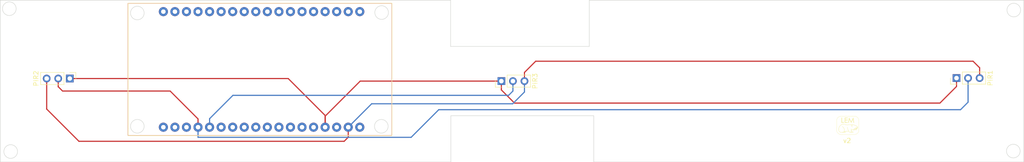
<source format=kicad_pcb>
(kicad_pcb (version 20221018) (generator pcbnew)
  (layers (0 "F.Cu" signal) (31 "B.Cu" signal) (34 "B.Paste" user) (35 "F.Paste" user) (36 "B.SilkS" user "B.Silkscreen") (37 "F.SilkS" user "F.Silkscreen") (38 "B.Mask" user) (39 "F.Mask" user) (44 "Edge.Cuts" user))
  (net 0 "")
  (net 1 "Net-(J1-Pin_1)")
  (net 2 "Net-(J1-Pin_2)")
  (net 3 "Net-(J1-Pin_3)")
  (net 4 "Net-(J2-Pin_2)")
  (footprint "Connector_PinHeader_2.54mm:PinHeader_1x03_P2.54mm_Vertical" (layer "F.Cu") (at 237.21 83.15 90)
    (fp_text reference "J3" hide)
    (fp_text value "PIR1" (at 0 7.41 90) (layer "F.SilkS"))
    (pad "1" thru_hole rect (at 0 0 90) (size 1.7 1.7) (drill 1) (layers "*.Cu" "*.Mask") (net 1 "Net-(J1-Pin_1)"))
    (pad "2" thru_hole oval (at 0 2.54 90) (size 1.7 1.7) (drill 1) (layers "*.Cu" "*.Mask") (net 4 "Net-(J2-Pin_2)"))
    (pad "3" thru_hole oval (at 0 5.08 90) (size 1.7 1.7) (drill 1) (layers "*.Cu" "*.Mask") (net 3 "Net-(J1-Pin_3)"))
  )
  (footprint "Custom components:LEM" (layer "F.Cu") (at 213.3 93.6)
    (fp_text reference "G***" hide)
    (fp_text value "LOGO" hide)
  )
  (footprint "Connector_PinHeader_2.54mm:PinHeader_1x03_P2.54mm_Vertical" (layer "F.Cu") (at 137.16 83.82 90)
    (fp_text reference "J1" hide)
    (fp_text value "PIR3" (at 0 7.41 90) (layer "F.SilkS"))
    (pad "1" thru_hole rect (at 0 0 90) (size 1.7 1.7) (drill 1) (layers "*.Cu" "*.Mask") (net 1 "Net-(J1-Pin_1)"))
    (pad "2" thru_hole oval (at 0 2.54 90) (size 1.7 1.7) (drill 1) (layers "*.Cu" "*.Mask") (net 2 "Net-(J1-Pin_2)"))
    (pad "3" thru_hole oval (at 0 5.08 90) (size 1.7 1.7) (drill 1) (layers "*.Cu" "*.Mask") (net 3 "Net-(J1-Pin_3)"))
  )
  (footprint "Connector_PinHeader_2.54mm:PinHeader_1x03_P2.54mm_Vertical" (layer "F.Cu") (at 42.29 83.25 -90)
    (fp_text reference "J2" hide)
    (fp_text value "PIR2" (at 0 7.41 90) (layer "F.SilkS"))
    (pad "1" thru_hole rect (at 0 0 270) (size 1.7 1.7) (drill 1) (layers "*.Cu" "*.Mask") (net 1 "Net-(J1-Pin_1)"))
    (pad "2" thru_hole oval (at 0 2.54 270) (size 1.7 1.7) (drill 1) (layers "*.Cu" "*.Mask") (net 4 "Net-(J2-Pin_2)"))
    (pad "3" thru_hole oval (at 0 5.08 270) (size 1.7 1.7) (drill 1) (layers "*.Cu" "*.Mask") (net 3 "Net-(J1-Pin_3)"))
  )
  (footprint "Custom components:Firebeetle" (layer "B.Cu") (at 113.04 66.75 -90)
    (fp_text reference "U1" hide)
    (fp_text value "~" hide)
    (fp_circle (center 2 2.2) (end 3.5 2.2) (stroke (width 0.1)) (fill none) (layer "Edge.Cuts"))
    (fp_circle (center 2.1 55.9) (end 3.6 55.9) (stroke (width 0.1)) (fill none) (layer "Edge.Cuts"))
    (fp_circle (center 27 2.27) (end 28.5 2.27) (stroke (width 0.1)) (fill none) (layer "Edge.Cuts"))
    (fp_circle (center 27 55.9) (end 28.5 55.9) (stroke (width 0.1)) (fill none) (layer "Edge.Cuts"))
    (pad "1" thru_hole circle (at 27.2 47.64 270) (size 2 2) (drill 1) (layers "*.Cu" "*.Mask"))
    (pad "2" thru_hole circle (at 27.2 27.32 270) (size 2 2) (drill 1) (layers "*.Cu" "*.Mask"))
    (pad "3" thru_hole circle (at 27.2 50.18 270) (size 2 2) (drill 1) (layers "*.Cu" "*.Mask"))
    (pad "4" thru_hole circle (at 1.8 14.62 270) (size 2 2) (drill 1) (layers "*.Cu" "*.Mask"))
    (pad "5" thru_hole circle (at 27.2 29.86 270) (size 2 2) (drill 1) (layers "*.Cu" "*.Mask"))
    (pad "6" thru_hole circle (at 27.2 24.78 270) (size 2 2) (drill 1) (layers "*.Cu" "*.Mask"))
    (pad "7" thru_hole circle (at 27.2 22.24 270) (size 2 2) (drill 1) (layers "*.Cu" "*.Mask"))
    (pad "8" thru_hole circle (at 27.2 19.7 270) (size 2 2) (drill 1) (layers "*.Cu" "*.Mask"))
    (pad "9" thru_hole circle (at 27.2 37.48 270) (size 2 2) (drill 1) (layers "*.Cu" "*.Mask"))
    (pad "10" thru_hole circle (at 27.2 34.94 270) (size 2 2) (drill 1) (layers "*.Cu" "*.Mask"))
    (pad "11" thru_hole circle (at 27.2 17.16 270) (size 2 2) (drill 1) (layers "*.Cu" "*.Mask"))
    (pad "12" thru_hole circle (at 1.8 17.16 270) (size 2 2) (drill 1) (layers "*.Cu" "*.Mask"))
    (pad "13" thru_hole circle (at 27.2 32.4 270) (size 2 2) (drill 1) (layers "*.Cu" "*.Mask"))
    (pad "14" thru_hole circle (at 1.8 19.7 270) (size 2 2) (drill 1) (layers "*.Cu" "*.Mask"))
    (pad "15" thru_hole circle (at 1.8 40.02 270) (size 2 2) (drill 1) (layers "*.Cu" "*.Mask"))
    (pad "16" thru_hole circle (at 1.8 12.08 270) (size 2 2) (drill 1) (layers "*.Cu" "*.Mask"))
    (pad "17" thru_hole circle (at 1.8 9.54 270) (size 2 2) (drill 1) (layers "*.Cu" "*.Mask"))
    (pad "18" thru_hole circle (at 1.8 32.4 270) (size 2 2) (drill 1) (layers "*.Cu" "*.Mask"))
    (pad "19" thru_hole circle (at 1.8 27.32 270) (size 2 2) (drill 1) (layers "*.Cu" "*.Mask"))
    (pad "21" thru_hole circle (at 1.8 24.78 270) (size 2 2) (drill 1) (layers "*.Cu" "*.Mask"))
    (pad "22" thru_hole circle (at 1.8 22.24 270) (size 2 2) (drill 1) (layers "*.Cu" "*.Mask"))
    (pad "23" thru_hole circle (at 1.8 29.86 270) (size 2 2) (drill 1) (layers "*.Cu" "*.Mask"))
    (pad "25" thru_hole circle (at 27.2 45.1 270) (size 2 2) (drill 1) (layers "*.Cu" "*.Mask"))
    (pad "26" thru_hole circle (at 27.2 42.56 270) (size 2 2) (drill 1) (layers "*.Cu" "*.Mask") (net 4 "Net-(J2-Pin_2)"))
    (pad "27" thru_hole circle (at 27.2 40.02 270) (size 2 2) (drill 1) (layers "*.Cu" "*.Mask") (net 2 "Net-(J1-Pin_2)"))
    (pad "34" thru_hole circle (at 1.8 45.1 270) (size 2 2) (drill 1) (layers "*.Cu" "*.Mask"))
    (pad "35" thru_hole circle (at 1.8 42.56 270) (size 2 2) (drill 1) (layers "*.Cu" "*.Mask"))
    (pad "36" thru_hole circle (at 1.8 50.18 270) (size 2 2) (drill 1) (layers "*.Cu" "*.Mask"))
    (pad "39" thru_hole circle (at 1.8 47.64 270) (size 2 2) (drill 1) (layers "*.Cu" "*.Mask"))
    (pad "40" thru_hole circle (at 1.8 37.48 270) (size 2 2) (drill 1) (layers "*.Cu" "*.Mask"))
    (pad "41" thru_hole circle (at 1.8 34.94 270) (size 2 2) (drill 1) (layers "*.Cu" "*.Mask"))
    (pad "42" thru_hole circle (at 1.8 7 270) (size 2 2) (drill 1) (layers "*.Cu" "*.Mask"))
    (pad "43" thru_hole circle (at 27.2 14.62 270) (size 2 2) (drill 1) (layers "*.Cu" "*.Mask") (net 1 "Net-(J1-Pin_1)"))
    (pad "44" thru_hole circle (at 27.2 12.08 270) (size 2 2) (drill 1) (layers "*.Cu" "*.Mask"))
    (pad "45" thru_hole circle (at 27.2 9.54 270) (size 2 2) (drill 1) (layers "*.Cu" "*.Mask") (net 3 "Net-(J1-Pin_3)"))
    (pad "46" thru_hole circle (at 27.2 7 270) (size 2 2) (drill 1) (layers "*.Cu" "*.Mask"))
  )
  (gr_rect (start 55.1 66.7) (end 113.1 95.8) (stroke (width 0.15)) (fill none) (layer "F.SilkS"))
  (gr_line (start 126 76.2) (end 156.48 76.2) (stroke (width 0.1)) (layer "Edge.Cuts"))
  (gr_line (start 157.48 101.6) (end 157.48 91.44) (stroke (width 0.1)) (layer "Edge.Cuts"))
  (gr_line (start 126.06 101.6) (end 27 101.6) (stroke (width 0.1)) (layer "Edge.Cuts"))
  (gr_circle (center 249.696671 99.2) (end 251.196671 99.3) (stroke (width 0.1)) (fill none) (layer "Edge.Cuts"))
  (gr_circle (center 29.3 99.3) (end 30.8 99.4) (stroke (width 0.1)) (fill none) (layer "Edge.Cuts"))
  (gr_circle (center 29 67.9) (end 30.5 68) (stroke (width 0.1)) (fill none) (layer "Edge.Cuts"))
  (gr_line (start 126 66.04) (end 126 76.2) (stroke (width 0.1)) (layer "Edge.Cuts"))
  (gr_circle (center 249.8 68.2) (end 251.3 68.2) (stroke (width 0.1)) (fill none) (layer "Edge.Cuts"))
  (gr_line (start 252 66.04) (end 252 101.6) (stroke (width 0.1)) (layer "Edge.Cuts"))
  (gr_line (start 157.48 91.44) (end 126.06 91.44) (stroke (width 0.1)) (layer "Edge.Cuts"))
  (gr_line (start 252 101.6) (end 157.48 101.6) (stroke (width 0.1)) (layer "Edge.Cuts"))
  (gr_line (start 27 66.04) (end 126 66.04) (stroke (width 0.1)) (layer "Edge.Cuts"))
  (gr_line (start 156.48 66.04) (end 252 66.04) (stroke (width 0.1)) (layer "Edge.Cuts"))
  (gr_line (start 27 101.6) (end 27 66.04) (stroke (width 0.1)) (layer "Edge.Cuts"))
  (gr_line (start 126.06 91.44) (end 126.06 101.6) (stroke (width 0.1)) (layer "Edge.Cuts"))
  (gr_line (start 156.48 76.2) (end 156.48 66.04) (stroke (width 0.1)) (layer "Edge.Cuts"))
  (gr_text "v2" (at 212.2 97.5) (layer "F.SilkS") (effects (font (size 1 1)) (justify left bottom)))
  (segment (start 90.3 83.25) (end 98.42 91.37) (width 0.25) (layer "F.Cu") (net 1))
  (segment (start 237.21 85.001701) (end 237.21 83.15) (width 0.25) (layer "F.Cu") (net 1))
  (segment (start 137.16 85.76) (end 140.05 88.65) (width 0.25) (layer "F.Cu") (net 1))
  (segment (start 233.561701 88.65) (end 237.21 85.001701) (width 0.25) (layer "F.Cu") (net 1))
  (segment (start 106.13 83.82) (end 98.42 91.53) (width 0.25) (layer "F.Cu") (net 1))
  (segment (start 137.16 83.82) (end 106.13 83.82) (width 0.25) (layer "F.Cu") (net 1))
  (segment (start 137.16 83.82) (end 137.16 85.76) (width 0.25) (layer "F.Cu") (net 1))
  (segment (start 140.05 88.65) (end 233.561701 88.65) (width 0.25) (layer "F.Cu") (net 1))
  (segment (start 98.42 91.37) (end 98.42 93.95) (width 0.25) (layer "F.Cu") (net 1))
  (segment (start 98.42 91.53) (end 98.42 93.95) (width 0.25) (layer "F.Cu") (net 1))
  (segment (start 42.29 83.25) (end 90.3 83.25) (width 0.25) (layer "F.Cu") (net 1))
  (segment (start 73.02 92.08) (end 73.02 93.95) (width 0.25) (layer "B.Cu") (net 2))
  (segment (start 139.7 83.82) (end 139.7 86) (width 0.25) (layer "B.Cu") (net 2))
  (segment (start 78.15 86.95) (end 73.02 92.08) (width 0.25) (layer "B.Cu") (net 2))
  (segment (start 138.75 86.95) (end 78.15 86.95) (width 0.25) (layer "B.Cu") (net 2))
  (segment (start 139.7 86) (end 138.75 86.95) (width 0.25) (layer "B.Cu") (net 2))
  (segment (start 242.29 83.15) (end 242.29 80.89) (width 0.25) (layer "F.Cu") (net 3))
  (segment (start 103.5 96.15) (end 103.5 93.95) (width 0.25) (layer "F.Cu") (net 3))
  (segment (start 44.3 97.05) (end 102.6 97.05) (width 0.25) (layer "F.Cu") (net 3))
  (segment (start 37.21 89.96) (end 44.3 97.05) (width 0.25) (layer "F.Cu") (net 3))
  (segment (start 240.85 79.45) (end 144.7 79.45) (width 0.25) (layer "F.Cu") (net 3))
  (segment (start 242.29 80.89) (end 240.85 79.45) (width 0.25) (layer "F.Cu") (net 3))
  (segment (start 37.21 83.25) (end 37.21 89.96) (width 0.25) (layer "F.Cu") (net 3))
  (segment (start 142.24 81.91) (end 142.24 83.82) (width 0.25) (layer "F.Cu") (net 3))
  (segment (start 102.6 97.05) (end 103.5 96.15) (width 0.25) (layer "F.Cu") (net 3))
  (segment (start 144.7 79.45) (end 142.24 81.91) (width 0.25) (layer "F.Cu") (net 3))
  (segment (start 142.24 83.82) (end 142.24 86.21) (width 0.25) (layer "B.Cu") (net 3))
  (segment (start 139.65 88.8) (end 108.65 88.8) (width 0.25) (layer "B.Cu") (net 3))
  (segment (start 108.65 88.8) (end 103.5 93.95) (width 0.25) (layer "B.Cu") (net 3))
  (segment (start 142.24 86.21) (end 139.65 88.8) (width 0.25) (layer "B.Cu") (net 3))
  (segment (start 39.75 85.05) (end 40.7 86) (width 0.25) (layer "F.Cu") (net 4))
  (segment (start 40.7 86) (end 64.35 86) (width 0.25) (layer "F.Cu") (net 4))
  (segment (start 64.35 86) (end 70.48 92.13) (width 0.25) (layer "F.Cu") (net 4))
  (segment (start 70.48 92.13) (end 70.48 93.95) (width 0.25) (layer "F.Cu") (net 4))
  (segment (start 39.75 83.25) (end 39.75 85.05) (width 0.25) (layer "F.Cu") (net 4))
  (segment (start 238.1 90.1) (end 123.4 90.1) (width 0.25) (layer "B.Cu") (net 4))
  (segment (start 117.32 96.18) (end 70.48 96.18) (width 0.25) (layer "B.Cu") (net 4))
  (segment (start 123.4 90.1) (end 117.32 96.18) (width 0.25) (layer "B.Cu") (net 4))
  (segment (start 239.75 83.15) (end 239.75 88.45) (width 0.25) (layer "B.Cu") (net 4))
  (segment (start 70.48 96.18) (end 70.48 93.95) (width 0.25) (layer "B.Cu") (net 4))
  (segment (start 239.75 88.45) (end 238.1 90.1) (width 0.25) (layer "B.Cu") (net 4))
)
</source>
